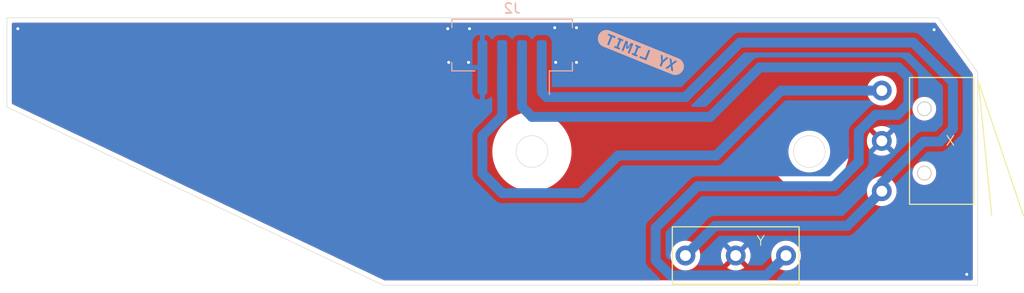
<source format=kicad_pcb>
(kicad_pcb (version 20221018) (generator pcbnew)
  (layers (0 "F.Cu" signal) (31 "B.Cu" signal) (34 "B.Paste" user) (35 "F.Paste" user) (36 "B.SilkS" user "B.Silkscreen") (37 "F.SilkS" user "F.Silkscreen") (38 "B.Mask" user) (39 "F.Mask" user) (44 "Edge.Cuts" user))
  (net 0 "")
  (net 1 "+3V3")
  (net 2 "X_SIG")
  (net 3 "Y_SIG")
  (net 4 "GND")
  (footprint "index:D2FS-FL-N" (layer "F.Cu") (at -24.425 -3 180)
    (fp_text reference "SW2" hide)
    (fp_text value "Y_LIM")
    (fp_rect (start -6.4 -2.9) (end 6.4 2.9) (stroke (width 0.12)) (fill none) (layer "F.SilkS"))
    (pad "1" thru_hole circle (at -5.08 0 180) (size 2 2) (drill 1.1) (layers "*.Cu" "*.Mask") (net 3 "Y_SIG"))
    (pad "2" thru_hole circle (at 0 0 180) (size 2 2) (drill 1.1) (layers "*.Cu" "*.Mask") (net 4 "GND"))
    (pad "3" thru_hole circle (at 5.08 0 180) (size 2 2) (drill 1.1) (layers "*.Cu" "*.Mask") (net 1 "+3V3"))
  )
  (footprint "index:D2FS-FL-N-A" (layer "F.Cu") (at -9.68 -14.575 -90)
    (fp_text reference "SW1" hide)
    (fp_text value "X_LIM")
    (fp_line (start 7.55 -14.3) (end -6 -9.75) (stroke (width 0.12)) (layer "F.SilkS"))
    (fp_line (start 7.55 -11.1) (end -6 -9.75) (stroke (width 0.12)) (layer "F.SilkS"))
    (fp_rect (start -6.4 -9.3) (end 6.4 -2.8) (stroke (width 0.12)) (fill none) (layer "F.SilkS"))
    (fp_circle (center -3.25 -4.3) (end -2.55 -4.3) (stroke (width 0.12)) (fill none) (layer "Edge.Cuts"))
    (fp_circle (center 3.25 -4.3) (end 3.95 -4.3) (stroke (width 0.12)) (fill none) (layer "Edge.Cuts"))
    (pad "1" thru_hole circle (at -5.08 0 270) (size 2 2) (drill 1.1) (layers "*.Cu" "*.Mask") (net 2 "X_SIG"))
    (pad "2" thru_hole circle (at 0 0 270) (size 2 2) (drill 1.1) (layers "*.Cu" "*.Mask") (net 4 "GND"))
    (pad "3" thru_hole circle (at 5.08 0 270) (size 2 2) (drill 1.1) (layers "*.Cu" "*.Mask") (net 1 "+3V3"))
  )
  (footprint "kibuzzard-65F47CEB" (layer "B.Cu") (at -34 -23.5 158)
    (fp_text reference "kibuzzard-65F47CEB" hide)
    (fp_text value "G***" hide)
    (fp_poly (pts (xy -3.7465 0.872067) (xy -3.746632 0.872067) (xy -3.83211 0.867867) (xy -3.916764 0.85531) (xy -3.99978 0.834516) (xy -4.080358 0.805685) (xy -4.157722 0.769094) (xy -4.231127 0.725097) (xy -4.299866 0.674117) (xy -4.363277 0.616644) (xy -4.420749 0.553233) (xy -4.471729 0.484494) (xy -4.515726 0.411089) (xy -4.552317 0.333725) (xy -4.581148 0.253148) (xy -4.601942 0.170132) (xy -4.6145 0.085477) (xy -4.618699 0) (xy -4.6145 -0.085477) (xy -4.601942 -0.170132) (xy -4.581148 -0.253148) (xy -4.552317 -0.333725) (xy -4.515726 -0.411089) (xy -4.471729 -0.484494) (xy -4.420749 -0.553233) (xy -4.363277 -0.616644) (xy -4.299866 -0.674117) (xy -4.231127 -0.725097) (xy -4.157722 -0.769094) (xy -4.080358 -0.805685) (xy -3.99978 -0.834516) (xy -3.916764 -0.85531) (xy -3.83211 -0.867867) (xy -3.746632 -0.872067) (xy -3.7465 -0.872067) (xy -2.878138 -0.872067) (xy -2.878138 -0.541338) (xy -3.103563 -0.541338) (xy -3.309938 -0.160338) (xy -3.3147 -0.160338) (xy -3.521075 -0.541338) (xy -3.7465 -0.541338) (xy -3.42265 0.022225) (xy -3.730625 0.541338) (xy -3.508375 0.541338) (xy -3.3147 0.185738) (xy -3.309938 0.185738) (xy -3.119438 0.541338) (xy -2.894013 0.541338) (xy -3.201988 0.022225) (xy -2.878138 -0.541338) (xy -2.878138 -0.872067) (xy -2.257425 -0.872067) (xy -2.257425 -0.541338) (xy -2.460625 -0.541338) (xy -2.460625 -0.1016) (xy -2.782888 0.541338) (xy -2.563813 0.541338) (xy -2.3622 0.098425) (xy -2.354263 0.098425) (xy -2.151063 0.541338) (xy -1.933575 0.541338) (xy -2.257425 -0.1016) (xy -2.257425 -0.541338) (xy -2.257425 -0.872067) (xy -0.0508 -0.872067) (xy -0.0508 -0.53975) (xy -0.8001 -0.53975) (xy -0.8001 0.538163) (xy -0.5969 0.538163) (xy -0.5969 -0.36195) (xy -0.0508 -0.36195) (xy -0.0508 -0.53975) (xy -0.0508 -0.872067) (xy 0.795337 -0.872067) (xy 0.795337 -0.541338) (xy 0.200025 -0.541338) (xy 0.200025 -0.365125) (xy 0.398462 -0.365125) (xy 0.398462 0.36195) (xy 0.211137 0.36195) (xy 0.211137 0.538163) (xy 0.784225 0.538163) (xy 0.784225 0.36195) (xy 0.5969 0.36195) (xy 0.5969 -0.365125) (xy 0.795337 -0.365125) (xy 0.795337 -0.541338) (xy 0.795337 -0.872067) (xy 1.87325 -0.872067) (xy 1.87325 -0.541338) (xy 1.685925 -0.541338) (xy 1.685925 0.004762) (xy 1.704975 0.28575) (xy 1.698625 0.28575) (xy 1.531937 -0.180975) (xy 1.3716 -0.180975) (xy 1.204912 0.28575) (xy 1.198562 0.28575) (xy 1.217612 0.004762) (xy 1.217612 -0.541338) (xy 1.030287 -0.541338) (xy 1.030287 0.538163) (xy 1.27 0.538163) (xy 1.443037 0.020637) (xy 1.4605 0.020637) (xy 1.636712 0.538163) (xy 1.87325 0.538163) (xy 1.87325 -0.541338) (xy 1.87325 -0.872067) (xy 2.700338 -0.872067) (xy 2.700338 -0.541338) (xy 2.105025 -0.541338) (xy 2.105025 -0.365125) (xy 2.303462 -0.365125) (xy 2.303462 0.36195) (xy 2.116137 0.36195) (xy 2.116137 0.538163) (xy 2.689225 0.538163) (xy 2.689225 0.36195) (xy 2.5019 0.36195) (xy 2.5019 -0.365125) (xy 2.700338 -0.365125) (xy 2.700338 -0.541338) (xy 2.700338 -0.872067) (xy 3.457575 -0.872067) (xy 3.457575 -0.541338) (xy 3.254375 -0.541338) (xy 3.254375 0.357187) (xy 2.96545 0.357187) (xy 2.96545 0.538163) (xy 3.7465 0.538163) (xy 3.7465 0.357187) (xy 3.457575 0.357187) (xy 3.457575 -0.541338) (xy 3.457575 -0.872067) (xy 3.7465 -0.872067) (xy 3.746632 -0.872067) (xy 3.83211 -0.867867) (xy 3.916764 -0.85531) (xy 3.99978 -0.834516) (xy 4.080358 -0.805685) (xy 4.157722 -0.769094) (xy 4.231127 -0.725097) (xy 4.299866 -0.674117) (xy 4.363277 -0.616644) (xy 4.420749 -0.553233) (xy 4.471729 -0.484494) (xy 4.515726 -0.411089) (xy 4.552317 -0.333725) (xy 4.581148 -0.253148) (xy 4.601942 -0.170132) (xy 4.6145 -0.085477) (xy 4.618699 0) (xy 4.6145 0.085477) (xy 4.601942 0.170132) (xy 4.581148 0.253148) (xy 4.552317 0.333725) (xy 4.515726 0.411089) (xy 4.471729 0.484494) (xy 4.420749 0.553233) (xy 4.363277 0.616644) (xy 4.299866 0.674117) (xy 4.231127 0.725097) (xy 4.157722 0.769094) (xy 4.080358 0.805685) (xy 3.99978 0.834516) (xy 3.916764 0.85531) (xy 3.83211 0.867867) (xy 3.746632 0.872067) (xy 3.7465 0.872067) (xy -3.7465 0.872067)) (fill solid) (layer "B.SilkS"))
  )
  (footprint "index:goblin" (layer "B.Cu") (at -4.6 -3.8 180)
    (fp_text reference "G***" hide)
    (fp_text value "LOGO" hide)
  )
  (footprint "Connector_JST:JST_PH_B4B-PH-SM4-TB_1x04-1MP_P2.00mm_Vertical" (layer "B.Cu") (at -47 -22.5 180)
    (fp_text reference "J2" (at 0 5.45) (layer "B.SilkS") (effects (justify mirror)))
    (fp_text value "Conn_01x04_MountingPin")
    (fp_line (start -6.085 -0.86) (end -3.76 -0.86) (stroke (width 0.12)) (layer "B.SilkS"))
    (fp_line (start -6.085 -0.01) (end -6.085 -0.86) (stroke (width 0.12)) (layer "B.SilkS"))
    (fp_line (start -6.085 3.51) (end -6.085 4.36) (stroke (width 0.12)) (layer "B.SilkS"))
    (fp_line (start -6.085 4.36) (end 6.085 4.36) (stroke (width 0.12)) (layer "B.SilkS"))
    (fp_line (start -3.76 -0.86) (end -3.76 -3.25) (stroke (width 0.12)) (layer "B.SilkS"))
    (fp_line (start 6.085 -0.86) (end 3.76 -0.86) (stroke (width 0.12)) (layer "B.SilkS"))
    (fp_line (start 6.085 -0.01) (end 6.085 -0.86) (stroke (width 0.12)) (layer "B.SilkS"))
    (fp_line (start 6.085 4.36) (end 6.085 3.51) (stroke (width 0.12)) (layer "B.SilkS"))
    (pad "1" smd roundrect (at -3 -0.5 180) (size 1 5.5) (layers "B.Cu" "B.Paste" "B.Mask") (net 1 "+3V3"))
    (pad "2" smd roundrect (at -1 -0.5 180) (size 1 5.5) (layers "B.Cu" "B.Paste" "B.Mask") (net 3 "Y_SIG"))
    (pad "3" smd roundrect (at 1 -0.5 180) (size 1 5.5) (layers "B.Cu" "B.Paste" "B.Mask") (net 2 "X_SIG"))
    (pad "4" smd roundrect (at 3 -0.5 180) (size 1 5.5) (layers "B.Cu" "B.Paste" "B.Mask") (net 4 "GND"))
    (pad "MP" smd roundrect (at -5.4 1.75 180) (size 1.6 3) (layers "B.Cu" "B.Paste" "B.Mask") (roundrect_rratio 0.15625) (net 4 "GND"))
    (pad "MP" smd roundrect (at 5.4 1.75 180) (size 1.6 3) (layers "B.Cu" "B.Paste" "B.Mask") (roundrect_rratio 0.15625) (net 4 "GND"))
  )
  (gr_circle (center -17 -13.5) (end -15.4 -13.6) (stroke (width 0.05)) (fill none) (layer "Edge.Cuts"))
  (gr_line (start 0 0) (end 0 -21.5) (stroke (width 0.05)) (layer "Edge.Cuts"))
  (gr_circle (center -45 -13.5) (end -43.4 -13.6) (stroke (width 0.05)) (fill none) (layer "Edge.Cuts"))
  (gr_line (start 0 0) (end -60 0) (stroke (width 0.05)) (layer "Edge.Cuts"))
  (gr_line (start -60 0) (end -98 -18) (stroke (width 0.05)) (layer "Edge.Cuts"))
  (gr_line (start -98 -27) (end -98 -18) (stroke (width 0.05)) (layer "Edge.Cuts"))
  (gr_line (start -4 -27) (end -98 -27) (stroke (width 0.05)) (layer "Edge.Cuts"))
  (gr_line (start 0 -21.5) (end -4 -27) (stroke (width 0.05)) (layer "Edge.Cuts"))
  (gr_text "X" (at -3.3 -14) (layer "F.SilkS") (effects (font (size 1 1) (thickness 0.1)) (justify left bottom)))
  (gr_text "Y" (at -22.4 -3.9) (layer "F.SilkS") (effects (font (size 1 1) (thickness 0.1)) (justify left bottom)))
  (segment (start -44 -19.5) (end -44 -22) (width 1) (layer "B.Cu") (net 1))
  (segment (start -6.5 -24.5) (end -24 -24.5) (width 1) (layer "B.Cu") (net 1))
  (segment (start -3.809301 -14.5) (end -2.5 -15.809301) (width 1) (layer "B.Cu") (net 1))
  (segment (start -24 -24.5) (end -29.5 -19) (width 1) (layer "B.Cu") (net 1))
  (segment (start -2.5 -20.5) (end -6.5 -24.5) (width 1) (layer "B.Cu") (net 1))
  (segment (start -13.175 -6) (end -9.68 -9.495) (width 1) (layer "B.Cu") (net 1))
  (segment (start -43.5 -19) (end -44 -19.5) (width 1) (layer "B.Cu") (net 1))
  (segment (start -2.5 -15.809301) (end -2.5 -20.5) (width 1) (layer "B.Cu") (net 1))
  (segment (start -29.5 -19) (end -43.5 -19) (width 1) (layer "B.Cu") (net 1))
  (segment (start -26.505 -6) (end -13.175 -6) (width 1) (layer "B.Cu") (net 1))
  (segment (start -29.505 -3) (end -26.505 -6) (width 1) (layer "B.Cu") (net 1))
  (segment (start -9.68 -9.495) (end -9.68 -10.32) (width 1) (layer "B.Cu") (net 1))
  (segment (start -9.68 -10.32) (end -5.5 -14.5) (width 1) (layer "B.Cu") (net 1))
  (segment (start -5.5 -14.5) (end -3.809301 -14.5) (width 1) (layer "B.Cu") (net 1))
  (segment (start -19.845 -19.655) (end -26.4 -13.1) (width 1) (layer "B.Cu") (net 2))
  (segment (start -48 -17.1) (end -48 -22) (width 1) (layer "B.Cu") (net 2))
  (segment (start -48 -9.3) (end -50 -11.3) (width 1) (layer "B.Cu") (net 2))
  (segment (start -9.68 -19.655) (end -19.845 -19.655) (width 1) (layer "B.Cu") (net 2))
  (segment (start -50 -15.1) (end -48 -17.1) (width 1) (layer "B.Cu") (net 2))
  (segment (start -36.3 -13.1) (end -40.1 -9.3) (width 1) (layer "B.Cu") (net 2))
  (segment (start -26.4 -13.1) (end -36.3 -13.1) (width 1) (layer "B.Cu") (net 2))
  (segment (start -40.1 -9.3) (end -48 -9.3) (width 1) (layer "B.Cu") (net 2))
  (segment (start -50 -11.3) (end -50 -15.1) (width 1) (layer "B.Cu") (net 2))
  (segment (start -8.1 -17.2) (end -7.033225 -18.266775) (width 1) (layer "B.Cu") (net 3))
  (segment (start -27 -17) (end -45 -17) (width 1) (layer "B.Cu") (net 3))
  (segment (start -19.345 -3) (end -21.345 -1) (width 1) (layer "B.Cu") (net 3))
  (segment (start -7 -21) (end -8 -22) (width 1) (layer "B.Cu") (net 3))
  (segment (start -10.3 -17.2) (end -8.1 -17.2) (width 1) (layer "B.Cu") (net 3))
  (segment (start -32.5 -2.5) (end -32.5 -5.8) (width 1) (layer "B.Cu") (net 3))
  (segment (start -8 -22) (end -22 -22) (width 1) (layer "B.Cu") (net 3))
  (segment (start -46 -18) (end -46 -22) (width 1) (layer "B.Cu") (net 3))
  (segment (start -31 -1) (end -32.5 -2.5) (width 1) (layer "B.Cu") (net 3))
  (segment (start -7 -18.354381) (end -7 -21) (width 1) (layer "B.Cu") (net 3))
  (segment (start -21.345 -1) (end -31 -1) (width 1) (layer "B.Cu") (net 3))
  (segment (start -12 -15.5) (end -10.3 -17.2) (width 1) (layer "B.Cu") (net 3))
  (segment (start -14.5 -10) (end -12 -12.5) (width 1) (layer "B.Cu") (net 3))
  (segment (start -45 -17) (end -46 -18) (width 1) (layer "B.Cu") (net 3))
  (segment (start -12 -12.5) (end -12 -15.5) (width 1) (layer "B.Cu") (net 3))
  (segment (start -28.3 -10) (end -14.5 -10) (width 1) (layer "B.Cu") (net 3))
  (segment (start -22 -22) (end -27 -17) (width 1) (layer "B.Cu") (net 3))
  (segment (start -32.5 -5.8) (end -28.3 -10) (width 1) (layer "B.Cu") (net 3))
  (segment (start -7.033225 -18.266775) (end -7 -18.354381) (width 1) (layer "B.Cu") (net 3))
  (via (at -51.3 -25.9) (size 0.6) (drill 0.3) (layers "F.Cu" "B.Cu") (net 4))
  (via (at -4.4 -25.8) (size 0.6) (drill 0.3) (layers "F.Cu" "B.Cu") (net 4))
  (via (at -53.5 -25.9) (size 0.6) (drill 0.3) (layers "F.Cu" "B.Cu") (net 4))
  (via (at -40.5 -22.5) (size 0.6) (drill 0.3) (layers "F.Cu" "B.Cu") (net 4))
  (via (at -1.1 -1.1) (size 0.6) (drill 0.3) (layers "F.Cu" "B.Cu") (net 4))
  (via (at -42.6 -22.5) (size 0.6) (drill 0.3) (layers "F.Cu" "B.Cu") (net 4))
  (via (at -40.5 -26) (size 0.6) (drill 0.3) (layers "F.Cu" "B.Cu") (net 4))
  (via (at -51.4 -22.5) (size 0.6) (drill 0.3) (layers "F.Cu" "B.Cu") (net 4))
  (via (at -53.4 -22.5) (size 0.6) (drill 0.3) (layers "F.Cu" "B.Cu") (net 4))
  (via (at -42.7 -26) (size 0.6) (drill 0.3) (layers "F.Cu" "B.Cu") (net 4))
  (via (at -96.9 -25.9) (size 0.6) (drill 0.3) (layers "F.Cu" "B.Cu") (net 4))
  (zone (net 0) (net_name "") (layer "F.Cu") (connect_pads (clearance 0)) (min_thickness 0.25)
    (keepout (tracks not_allowed) (vias not_allowed) (pads not_allowed) (copperpour not_allowed) (footprints allowed))
    (fill (thermal_gap 0.5) (thermal_bridge_width 0.5))
    (polygon (pts (xy -41 -13.5) (xy -41.019261 -13.892069) (xy -41.076859 -14.280361) (xy -41.172239 -14.661139) (xy -41.304482 -15.030734) (xy -41.472315 -15.385587) (xy -41.674122 -15.722281) (xy -41.907958 -16.037573) (xy -42.171573 -16.328427) (xy -42.462427 -16.592042) (xy -42.777719 -16.825878) (xy -43.114413 -17.027685) (xy -43.469266 -17.195518) (xy -43.838861 -17.327761) (xy -44.219639 -17.423141) (xy -44.607931 -17.480739) (xy -45 -17.5) (xy -45.392069 -17.480739) (xy -45.780361 -17.423141) (xy -46.161139 -17.327761) (xy -46.530734 -17.195518) (xy -46.885587 -17.027685) (xy -47.222281 -16.825878) (xy -47.537573 -16.592042) (xy -47.828427 -16.328427) (xy -48.092042 -16.037573) (xy -48.325878 -15.722281) (xy -48.527685 -15.385587) (xy -48.695518 -15.030734) (xy -48.827761 -14.661139) (xy -48.923141 -14.280361) (xy -48.980739 -13.892069) (xy -49 -13.5) (xy -48.980739 -13.107931) (xy -48.923141 -12.719639) (xy -48.827761 -12.338861) (xy -48.695518 -11.969266) (xy -48.527685 -11.614413) (xy -48.325878 -11.277719) (xy -48.092042 -10.962427) (xy -47.828427 -10.671573) (xy -47.537573 -10.407958) (xy -47.222281 -10.174122) (xy -46.885587 -9.972315) (xy -46.530734 -9.804482) (xy -46.161139 -9.672239) (xy -45.780361 -9.576859) (xy -45.392069 -9.519261) (xy -45 -9.5) (xy -44.607931 -9.519261) (xy -44.219639 -9.576859) (xy -43.838861 -9.672239) (xy -43.469266 -9.804482) (xy -43.114413 -9.972315) (xy -42.777719 -10.174122) (xy -42.462427 -10.407958) (xy -42.171573 -10.671573) (xy -41.907958 -10.962427) (xy -41.674122 -11.277719) (xy -41.472315 -11.614413) (xy -41.304482 -11.969266) (xy -41.172239 -12.338861) (xy -41.076859 -12.719639) (xy -41.019261 -13.107931)))
  )
  (zone (net 0) (net_name "") (layer "F.Cu") (connect_pads (clearance 0)) (min_thickness 0.25)
    (keepout (tracks not_allowed) (vias not_allowed) (pads not_allowed) (copperpour not_allowed) (footprints allowed))
    (fill (thermal_gap 0.5) (thermal_bridge_width 0.5))
    (polygon (pts (xy -13 -13.5) (xy -13.019261 -13.892069) (xy -13.076859 -14.280361) (xy -13.172239 -14.661139) (xy -13.304482 -15.030734) (xy -13.472315 -15.385587) (xy -13.674122 -15.722281) (xy -13.907958 -16.037573) (xy -14.171573 -16.328427) (xy -14.462427 -16.592042) (xy -14.777719 -16.825878) (xy -15.114413 -17.027685) (xy -15.469266 -17.195518) (xy -15.838861 -17.327761) (xy -16.219639 -17.423141) (xy -16.607931 -17.480739) (xy -17 -17.5) (xy -17.392069 -17.480739) (xy -17.780361 -17.423141) (xy -18.161139 -17.327761) (xy -18.530734 -17.195518) (xy -18.885587 -17.027685) (xy -19.222281 -16.825878) (xy -19.537573 -16.592042) (xy -19.828427 -16.328427) (xy -20.092042 -16.037573) (xy -20.325878 -15.722281) (xy -20.527685 -15.385587) (xy -20.695518 -15.030734) (xy -20.827761 -14.661139) (xy -20.923141 -14.280361) (xy -20.980739 -13.892069) (xy -21 -13.5) (xy -20.980739 -13.107931) (xy -20.923141 -12.719639) (xy -20.827761 -12.338861) (xy -20.695518 -11.969266) (xy -20.527685 -11.614413) (xy -20.325878 -11.277719) (xy -20.092042 -10.962427) (xy -19.828427 -10.671573) (xy -19.537573 -10.407958) (xy -19.222281 -10.174122) (xy -18.885587 -9.972315) (xy -18.530734 -9.804482) (xy -18.161139 -9.672239) (xy -17.780361 -9.576859) (xy -17.392069 -9.519261) (xy -17 -9.5) (xy -16.607931 -9.519261) (xy -16.219639 -9.576859) (xy -15.838861 -9.672239) (xy -15.469266 -9.804482) (xy -15.114413 -9.972315) (xy -14.777719 -10.174122) (xy -14.462427 -10.407958) (xy -14.171573 -10.671573) (xy -13.907958 -10.962427) (xy -13.674122 -11.277719) (xy -13.472315 -11.614413) (xy -13.304482 -11.969266) (xy -13.172239 -12.338861) (xy -13.076859 -12.719639) (xy -13.019261 -13.107931)))
  )
  (zone (net 4) (net_name "GND") (layers "F&B.Cu") (connect_pads (clearance 0.5)) (min_thickness 0.25) (fill yes (thermal_gap 0.5) (thermal_bridge_width 0.5))
    (polygon (pts (xy -98.7 -27.9) (xy -98.6 -16.5) (xy -61.5 0.8) (xy 0.7 0.7) (xy 0.7 -21.9) (xy -4 -28.1) (xy -96 -28)))
  )
)
</source>
